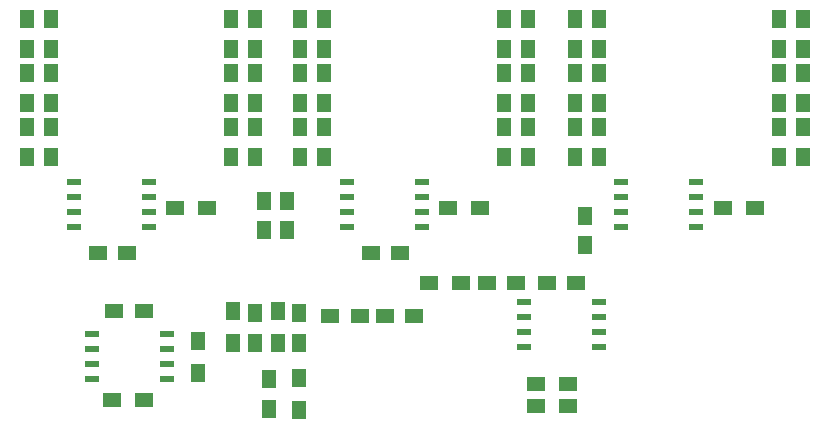
<source format=gbr>
G04 #@! TF.GenerationSoftware,KiCad,Pcbnew,5.1.5-52549c5~86~ubuntu18.04.1*
G04 #@! TF.CreationDate,2020-05-17T18:15:10-04:00*
G04 #@! TF.ProjectId,RX EQ Shield,52582045-5120-4536-9869-656c642e6b69,rev?*
G04 #@! TF.SameCoordinates,Original*
G04 #@! TF.FileFunction,Paste,Top*
G04 #@! TF.FilePolarity,Positive*
%FSLAX46Y46*%
G04 Gerber Fmt 4.6, Leading zero omitted, Abs format (unit mm)*
G04 Created by KiCad (PCBNEW 5.1.5-52549c5~86~ubuntu18.04.1) date 2020-05-17 18:15:10*
%MOMM*%
%LPD*%
G04 APERTURE LIST*
%ADD10R,1.143000X0.508000*%
%ADD11R,1.500000X1.300000*%
%ADD12R,1.300000X1.500000*%
%ADD13R,1.250000X1.500000*%
%ADD14R,1.500000X1.250000*%
G04 APERTURE END LIST*
D10*
X152273000Y-146431000D03*
X152273000Y-147701000D03*
X152273000Y-148971000D03*
X152273000Y-150241000D03*
X145923000Y-150241000D03*
X145923000Y-148971000D03*
X145923000Y-147701000D03*
X145923000Y-146431000D03*
X160528000Y-136271000D03*
X160528000Y-137541000D03*
X160528000Y-138811000D03*
X160528000Y-140081000D03*
X154178000Y-140081000D03*
X154178000Y-138811000D03*
X154178000Y-137541000D03*
X154178000Y-136271000D03*
X137287000Y-136271000D03*
X137287000Y-137541000D03*
X137287000Y-138811000D03*
X137287000Y-140081000D03*
X130937000Y-140081000D03*
X130937000Y-138811000D03*
X130937000Y-137541000D03*
X130937000Y-136271000D03*
X115697000Y-149098000D03*
X115697000Y-150368000D03*
X115697000Y-151638000D03*
X115697000Y-152908000D03*
X109347000Y-152908000D03*
X109347000Y-151638000D03*
X109347000Y-150368000D03*
X109347000Y-149098000D03*
X114173000Y-136271000D03*
X114173000Y-137541000D03*
X114173000Y-138811000D03*
X114173000Y-140081000D03*
X107823000Y-140081000D03*
X107823000Y-138811000D03*
X107823000Y-137541000D03*
X107823000Y-136271000D03*
D11*
X140622000Y-144780000D03*
X137922000Y-144780000D03*
X165481000Y-138430000D03*
X162781000Y-138430000D03*
X142240000Y-138430000D03*
X139540000Y-138430000D03*
D12*
X121285000Y-149860000D03*
X121285000Y-147160000D03*
X125095000Y-147160000D03*
X125095000Y-149860000D03*
D11*
X111092000Y-154686000D03*
X113792000Y-154686000D03*
X119126000Y-138430000D03*
X116426000Y-138430000D03*
X146954000Y-155194000D03*
X149654000Y-155194000D03*
X146954000Y-153346000D03*
X149654000Y-153346000D03*
D13*
X167513000Y-134072000D03*
X167513000Y-131572000D03*
X167513000Y-129500000D03*
X167513000Y-127000000D03*
X167513000Y-124928000D03*
X167513000Y-122428000D03*
X152273000Y-134072000D03*
X152273000Y-131572000D03*
X152273000Y-129500000D03*
X152273000Y-127000000D03*
X152273000Y-124928000D03*
X152273000Y-122428000D03*
X144272000Y-134072000D03*
X144272000Y-131572000D03*
X144272000Y-129500000D03*
X144272000Y-127000000D03*
X144272000Y-124928000D03*
X144272000Y-122428000D03*
X129032000Y-134072000D03*
X129032000Y-131572000D03*
X129032000Y-129500000D03*
X129032000Y-127000000D03*
X129032000Y-124928000D03*
X129032000Y-122428000D03*
X121158000Y-134072000D03*
X121158000Y-131572000D03*
X121158000Y-129500000D03*
X121158000Y-127000000D03*
X121158000Y-124928000D03*
X121158000Y-122428000D03*
X105918000Y-134072000D03*
X105918000Y-131572000D03*
X105918000Y-129500000D03*
X105918000Y-127000000D03*
X105918000Y-124928000D03*
X105918000Y-122428000D03*
D12*
X118364000Y-152400000D03*
X118364000Y-149700000D03*
X126873000Y-155528000D03*
X126873000Y-152828000D03*
D14*
X145288000Y-144780000D03*
X142788000Y-144780000D03*
X150368000Y-144780000D03*
X147868000Y-144780000D03*
D13*
X151130000Y-141585000D03*
X151130000Y-139085000D03*
D14*
X135469000Y-142240000D03*
X132969000Y-142240000D03*
X113772000Y-147193000D03*
X111272000Y-147193000D03*
D13*
X125857000Y-137815000D03*
X125857000Y-140315000D03*
X123190000Y-149860000D03*
X123190000Y-147360000D03*
X123952000Y-140315000D03*
X123952000Y-137815000D03*
X126873000Y-147360000D03*
X126873000Y-149860000D03*
X124333000Y-152948000D03*
X124333000Y-155448000D03*
D14*
X112355000Y-142240000D03*
X109855000Y-142240000D03*
X132040000Y-147574000D03*
X129540000Y-147574000D03*
X134152000Y-147574000D03*
X136652000Y-147574000D03*
D13*
X169545000Y-134072000D03*
X169545000Y-131572000D03*
X169545000Y-124968000D03*
X169545000Y-122468000D03*
X169545000Y-127040000D03*
X169545000Y-129540000D03*
X150241000Y-134112000D03*
X150241000Y-131612000D03*
X150241000Y-124928000D03*
X150241000Y-122428000D03*
X150241000Y-127000000D03*
X150241000Y-129500000D03*
X146304000Y-134072000D03*
X146304000Y-131572000D03*
X146304000Y-124968000D03*
X146304000Y-122468000D03*
X146304000Y-127040000D03*
X146304000Y-129540000D03*
X127000000Y-134112000D03*
X127000000Y-131612000D03*
X127000000Y-124928000D03*
X127000000Y-122428000D03*
X127000000Y-127000000D03*
X127000000Y-129500000D03*
X123190000Y-134072000D03*
X123190000Y-131572000D03*
X123190000Y-124968000D03*
X123190000Y-122468000D03*
X123190000Y-127040000D03*
X123190000Y-129540000D03*
X103886000Y-134112000D03*
X103886000Y-131612000D03*
X103886000Y-124928000D03*
X103886000Y-122428000D03*
X103886000Y-127000000D03*
X103886000Y-129500000D03*
M02*

</source>
